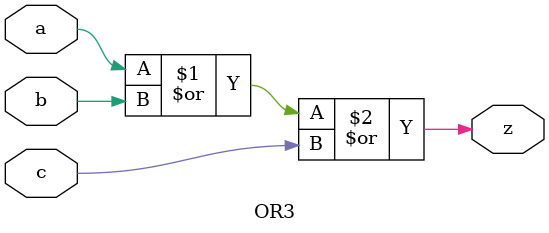
<source format=v>
module	OR3(a, b, c, z);

input	a, b, c;
output	z;

or #1 g1(z, a, b, c);

endmodule

</source>
